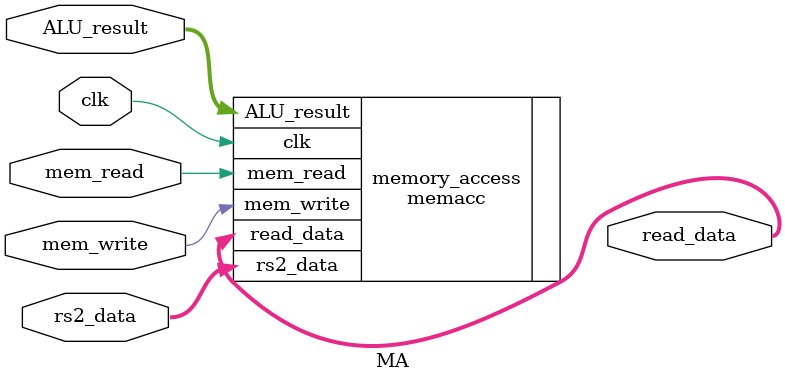
<source format=sv>
module MA(
    input logic [31:0] ALU_result,
    input logic [31:0] rs2_data,
    input logic mem_read,
    input logic mem_write,
    input logic clk,
    output logic [31:0] read_data
);

    memacc memory_access(.ALU_result(ALU_result),
                         .rs2_data(rs2_data),
                         .mem_read(mem_read),
                         .mem_write(mem_write),
                         .clk(clk),
                         .read_data(read_data));

endmodule

</source>
